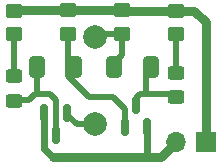
<source format=gbr>
G04 #@! TF.GenerationSoftware,KiCad,Pcbnew,7.0.6*
G04 #@! TF.CreationDate,2023-12-18T16:30:00+01:00*
G04 #@! TF.ProjectId,SMD-Transistor-Blinker,534d442d-5472-4616-9e73-6973746f722d,rev?*
G04 #@! TF.SameCoordinates,Original*
G04 #@! TF.FileFunction,Copper,L1,Top*
G04 #@! TF.FilePolarity,Positive*
%FSLAX46Y46*%
G04 Gerber Fmt 4.6, Leading zero omitted, Abs format (unit mm)*
G04 Created by KiCad (PCBNEW 7.0.6) date 2023-12-18 16:30:00*
%MOMM*%
%LPD*%
G01*
G04 APERTURE LIST*
G04 Aperture macros list*
%AMRoundRect*
0 Rectangle with rounded corners*
0 $1 Rounding radius*
0 $2 $3 $4 $5 $6 $7 $8 $9 X,Y pos of 4 corners*
0 Add a 4 corners polygon primitive as box body*
4,1,4,$2,$3,$4,$5,$6,$7,$8,$9,$2,$3,0*
0 Add four circle primitives for the rounded corners*
1,1,$1+$1,$2,$3*
1,1,$1+$1,$4,$5*
1,1,$1+$1,$6,$7*
1,1,$1+$1,$8,$9*
0 Add four rect primitives between the rounded corners*
20,1,$1+$1,$2,$3,$4,$5,0*
20,1,$1+$1,$4,$5,$6,$7,0*
20,1,$1+$1,$6,$7,$8,$9,0*
20,1,$1+$1,$8,$9,$2,$3,0*%
G04 Aperture macros list end*
G04 #@! TA.AperFunction,SMDPad,CuDef*
%ADD10RoundRect,0.250000X-0.412500X-0.650000X0.412500X-0.650000X0.412500X0.650000X-0.412500X0.650000X0*%
G04 #@! TD*
G04 #@! TA.AperFunction,SMDPad,CuDef*
%ADD11RoundRect,0.250000X-0.450000X0.350000X-0.450000X-0.350000X0.450000X-0.350000X0.450000X0.350000X0*%
G04 #@! TD*
G04 #@! TA.AperFunction,SMDPad,CuDef*
%ADD12RoundRect,0.250000X0.450000X-0.325000X0.450000X0.325000X-0.450000X0.325000X-0.450000X-0.325000X0*%
G04 #@! TD*
G04 #@! TA.AperFunction,SMDPad,CuDef*
%ADD13RoundRect,0.150000X-0.150000X0.587500X-0.150000X-0.587500X0.150000X-0.587500X0.150000X0.587500X0*%
G04 #@! TD*
G04 #@! TA.AperFunction,SMDPad,CuDef*
%ADD14RoundRect,0.150000X0.150000X-0.587500X0.150000X0.587500X-0.150000X0.587500X-0.150000X-0.587500X0*%
G04 #@! TD*
G04 #@! TA.AperFunction,ComponentPad*
%ADD15R,1.700000X1.700000*%
G04 #@! TD*
G04 #@! TA.AperFunction,ComponentPad*
%ADD16O,1.700000X1.700000*%
G04 #@! TD*
G04 #@! TA.AperFunction,ViaPad*
%ADD17C,2.000000*%
G04 #@! TD*
G04 #@! TA.AperFunction,Conductor*
%ADD18C,0.500000*%
G04 #@! TD*
G04 #@! TA.AperFunction,Conductor*
%ADD19C,0.600000*%
G04 #@! TD*
G04 #@! TA.AperFunction,Conductor*
%ADD20C,0.800000*%
G04 #@! TD*
G04 APERTURE END LIST*
D10*
G04 #@! TO.P,C2,1*
G04 #@! TO.N,Net-(Q2-B)*
X143605068Y-69850000D03*
G04 #@! TO.P,C2,2*
G04 #@! TO.N,Net-(D1-K)*
X146730068Y-69850000D03*
G04 #@! TD*
G04 #@! TO.P,C1,1*
G04 #@! TO.N,Net-(D2-K)*
X137100000Y-69850000D03*
G04 #@! TO.P,C1,2*
G04 #@! TO.N,Net-(Q1-B)*
X140225000Y-69850000D03*
G04 #@! TD*
D11*
G04 #@! TO.P,R3,1*
G04 #@! TO.N,+12V*
X144272000Y-65040000D03*
G04 #@! TO.P,R3,2*
G04 #@! TO.N,Net-(Q2-B)*
X144272000Y-67040000D03*
G04 #@! TD*
G04 #@! TO.P,R4,1*
G04 #@! TO.N,+12V*
X148844000Y-65056000D03*
G04 #@! TO.P,R4,2*
G04 #@! TO.N,Net-(D1-A)*
X148844000Y-67056000D03*
G04 #@! TD*
D12*
G04 #@! TO.P,D2,1,K*
G04 #@! TO.N,Net-(D2-K)*
X135128000Y-72670000D03*
G04 #@! TO.P,D2,2,A*
G04 #@! TO.N,Net-(D2-A)*
X135128000Y-70620000D03*
G04 #@! TD*
D13*
G04 #@! TO.P,Q2,1,B*
G04 #@! TO.N,Net-(Q2-B)*
X139634000Y-73738500D03*
G04 #@! TO.P,Q2,2,E*
G04 #@! TO.N,GND*
X137734000Y-73738500D03*
G04 #@! TO.P,Q2,3,C*
G04 #@! TO.N,Net-(D2-K)*
X138684000Y-75613500D03*
G04 #@! TD*
D11*
G04 #@! TO.P,R1,1*
G04 #@! TO.N,+12V*
X135128000Y-65048000D03*
G04 #@! TO.P,R1,2*
G04 #@! TO.N,Net-(D2-A)*
X135128000Y-67048000D03*
G04 #@! TD*
G04 #@! TO.P,R2,1*
G04 #@! TO.N,+12V*
X139700000Y-65040000D03*
G04 #@! TO.P,R2,2*
G04 #@! TO.N,Net-(Q1-B)*
X139700000Y-67040000D03*
G04 #@! TD*
D14*
G04 #@! TO.P,Q1,1,B*
G04 #@! TO.N,Net-(Q1-B)*
X144526000Y-74930000D03*
G04 #@! TO.P,Q1,2,E*
G04 #@! TO.N,GND*
X146426000Y-74930000D03*
G04 #@! TO.P,Q1,3,C*
G04 #@! TO.N,Net-(D1-K)*
X145476000Y-73055000D03*
G04 #@! TD*
D12*
G04 #@! TO.P,D1,1,K*
G04 #@! TO.N,Net-(D1-K)*
X148844000Y-72399000D03*
G04 #@! TO.P,D1,2,A*
G04 #@! TO.N,Net-(D1-A)*
X148844000Y-70349000D03*
G04 #@! TD*
D15*
G04 #@! TO.P,J1,1,Pin_1*
G04 #@! TO.N,+12V*
X151384000Y-76200000D03*
D16*
G04 #@! TO.P,J1,2,Pin_2*
G04 #@! TO.N,GND*
X148844000Y-76200000D03*
G04 #@! TD*
D17*
G04 #@! TO.N,Net-(Q2-B)*
X141986000Y-67310000D03*
X141986000Y-74676000D03*
G04 #@! TD*
D18*
G04 #@! TO.N,Net-(D1-K)*
X146342500Y-72097500D02*
X146304000Y-72136000D01*
X146342500Y-69850000D02*
X146342500Y-72097500D01*
G04 #@! TO.N,Net-(Q2-B)*
X144272000Y-68795500D02*
X144272000Y-67040000D01*
X143217500Y-69850000D02*
X144272000Y-68795500D01*
G04 #@! TO.N,Net-(D2-K)*
X137100000Y-72076000D02*
X137160000Y-72136000D01*
X137100000Y-69850000D02*
X137100000Y-72076000D01*
G04 #@! TO.N,Net-(Q1-B)*
X141478000Y-72390000D02*
X139700000Y-70612000D01*
X144526000Y-74930000D02*
X144526000Y-73406000D01*
X143510000Y-72390000D02*
X141478000Y-72390000D01*
X139700000Y-70358000D02*
X139700000Y-67040000D01*
X139700000Y-70612000D02*
X139700000Y-70358000D01*
X144526000Y-73406000D02*
X143510000Y-72390000D01*
D19*
G04 #@! TO.N,GND*
X146426000Y-74930000D02*
X146426000Y-77470000D01*
D20*
X138430000Y-77470000D02*
X147574000Y-77470000D01*
X147574000Y-77470000D02*
X148844000Y-76200000D01*
D19*
X137734000Y-76774000D02*
X138430000Y-77470000D01*
X137734000Y-73738500D02*
X137734000Y-76774000D01*
D18*
G04 #@! TO.N,Net-(D1-K)*
X145476000Y-72456000D02*
X145796000Y-72136000D01*
X145796000Y-72136000D02*
X146304000Y-72136000D01*
X146304000Y-72136000D02*
X148581000Y-72136000D01*
X148581000Y-72136000D02*
X148844000Y-72399000D01*
X145476000Y-73055000D02*
X145476000Y-72456000D01*
G04 #@! TO.N,Net-(Q2-B)*
X140462000Y-74676000D02*
X139634000Y-73848000D01*
X141986000Y-74676000D02*
X140462000Y-74676000D01*
X139634000Y-73848000D02*
X139634000Y-73738500D01*
X142256000Y-67040000D02*
X144272000Y-67040000D01*
X141986000Y-67310000D02*
X142256000Y-67040000D01*
G04 #@! TO.N,Net-(D2-K)*
X138684000Y-75613500D02*
X138684000Y-72644000D01*
X135154000Y-72644000D02*
X135128000Y-72670000D01*
X137668000Y-72136000D02*
X136906000Y-72136000D01*
X136906000Y-72136000D02*
X136398000Y-72644000D01*
X136398000Y-72644000D02*
X135154000Y-72644000D01*
X138684000Y-72644000D02*
X138176000Y-72136000D01*
X138176000Y-72136000D02*
X137668000Y-72136000D01*
G04 #@! TO.N,Net-(D1-A)*
X148844000Y-70349000D02*
X148844000Y-67056000D01*
G04 #@! TO.N,Net-(D2-A)*
X135128000Y-67048000D02*
X135128000Y-70620000D01*
D20*
G04 #@! TO.N,+12V*
X135136000Y-65040000D02*
X135128000Y-65048000D01*
X139700000Y-65040000D02*
X135136000Y-65040000D01*
X150400000Y-65056000D02*
X148844000Y-65056000D01*
X144288000Y-65056000D02*
X144272000Y-65040000D01*
X151384000Y-76200000D02*
X151384000Y-66040000D01*
X148844000Y-65056000D02*
X144288000Y-65056000D01*
X144272000Y-65040000D02*
X139700000Y-65040000D01*
X148828000Y-65040000D02*
X148844000Y-65056000D01*
X151384000Y-66040000D02*
X150400000Y-65056000D01*
G04 #@! TD*
M02*

</source>
